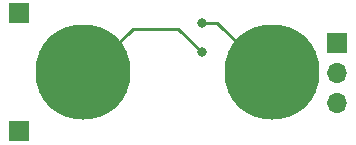
<source format=gbr>
%TF.GenerationSoftware,KiCad,Pcbnew,7.0.5*%
%TF.CreationDate,2024-02-16T16:10:36-06:00*%
%TF.ProjectId,GATE,47415445-2e6b-4696-9361-645f70636258,rev?*%
%TF.SameCoordinates,Original*%
%TF.FileFunction,Copper,L2,Bot*%
%TF.FilePolarity,Positive*%
%FSLAX46Y46*%
G04 Gerber Fmt 4.6, Leading zero omitted, Abs format (unit mm)*
G04 Created by KiCad (PCBNEW 7.0.5) date 2024-02-16 16:10:36*
%MOMM*%
%LPD*%
G01*
G04 APERTURE LIST*
%TA.AperFunction,ComponentPad*%
%ADD10R,1.700000X1.700000*%
%TD*%
%TA.AperFunction,ComponentPad*%
%ADD11O,1.700000X1.700000*%
%TD*%
%TA.AperFunction,SMDPad,CuDef*%
%ADD12C,8.050000*%
%TD*%
%TA.AperFunction,ViaPad*%
%ADD13C,0.800000*%
%TD*%
%TA.AperFunction,Conductor*%
%ADD14C,0.250000*%
%TD*%
G04 APERTURE END LIST*
D10*
%TO.P,J1,1,Pin_1*%
%TO.N,Net-(J1-Pin_1)*%
X141500000Y-82500000D03*
%TD*%
%TO.P,J2,1,Pin_1*%
%TO.N,Net-(J2-Pin_1)*%
X141500000Y-92500000D03*
%TD*%
D11*
%TO.P,J3,3,Pin_3*%
%TO.N,Net-(J3-Pin_1)*%
X168500000Y-90080000D03*
%TO.P,J3,2,Pin_2*%
X168500000Y-87540000D03*
D10*
%TO.P,J3,1,Pin_1*%
X168500000Y-85000000D03*
%TD*%
D12*
%TO.P,J4,1,PWR*%
%TO.N,Net-(J4-PWR)*%
X147000000Y-87500000D03*
%TD*%
%TO.P,J5,1,PWR*%
%TO.N,Net-(J5-PWR)*%
X163000000Y-87500000D03*
%TD*%
D13*
%TO.N,Net-(J5-PWR)*%
X157000000Y-83320000D03*
%TO.N,Net-(J4-PWR)*%
X157000000Y-85800000D03*
%TD*%
D14*
%TO.N,Net-(J5-PWR)*%
X157000000Y-83320000D02*
X158320000Y-83320000D01*
X158320000Y-83320000D02*
X162500000Y-87500000D01*
%TO.N,Net-(J4-PWR)*%
X155020000Y-83820000D02*
X151180000Y-83820000D01*
X157000000Y-85800000D02*
X155020000Y-83820000D01*
X151180000Y-83820000D02*
X147500000Y-87500000D01*
X149365000Y-85635000D02*
X147500000Y-87500000D01*
%TD*%
M02*

</source>
